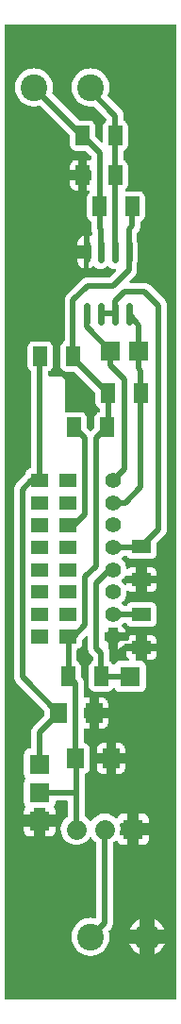
<source format=gbl>
G04 Layer: BottomLayer*
G04 EasyEDA v6.5.5, 2022-05-12 14:51:26*
G04 adf74ae4be104b6fa4aa75e98640d5de,defc1f93b7bc4f92b0c06f3051cee8fa,10*
G04 Gerber Generator version 0.2*
G04 Scale: 100 percent, Rotated: No, Reflected: No *
G04 Dimensions in millimeters *
G04 leading zeros omitted , absolute positions ,4 integer and 5 decimal *
%FSLAX45Y45*%
%MOMM*%

%ADD11R,1.8000X1.8000*%
%ADD12C,2.4000*%
%ADD13C,1.4000*%
%ADD14C,1.8000*%
%ADD15C,0.5000*%
%ADD16C,0.5740*%
%ADD19R,1.7010X1.2075*%

%LPD*%
G36*
X-763930Y-4374083D02*
G01*
X-767842Y-4373321D01*
X-771093Y-4371086D01*
X-773328Y-4367834D01*
X-774090Y-4363923D01*
X-774090Y4363923D01*
X-773328Y4367834D01*
X-771093Y4371086D01*
X-767842Y4373321D01*
X-763930Y4374083D01*
X763930Y4374083D01*
X767842Y4373321D01*
X771093Y4371086D01*
X773328Y4367834D01*
X774090Y4363923D01*
X774090Y-4363923D01*
X773328Y-4367834D01*
X771093Y-4371086D01*
X767842Y-4373321D01*
X763930Y-4374083D01*
G37*

%LPC*%
G36*
X0Y-3980484D02*
G01*
X17830Y-3979570D01*
X35458Y-3976776D01*
X52679Y-3972153D01*
X69342Y-3965752D01*
X85242Y-3957624D01*
X100228Y-3947922D01*
X114096Y-3936695D01*
X126695Y-3924096D01*
X137922Y-3910228D01*
X147675Y-3895242D01*
X155752Y-3879342D01*
X162153Y-3862679D01*
X166776Y-3845458D01*
X169570Y-3827830D01*
X170484Y-3810000D01*
X169570Y-3792169D01*
X166776Y-3774541D01*
X163118Y-3760876D01*
X162814Y-3757371D01*
X163677Y-3753967D01*
X165709Y-3751072D01*
X182270Y-3734409D01*
X187858Y-3727704D01*
X189280Y-3725672D01*
X193852Y-3718102D01*
X198323Y-3707739D01*
X199085Y-3705453D01*
X201218Y-3696868D01*
X201625Y-3694429D01*
X202438Y-3685641D01*
X202488Y-2968548D01*
X203047Y-2965246D01*
X204673Y-2962249D01*
X207162Y-2960014D01*
X209600Y-2958439D01*
X221996Y-2948279D01*
X225653Y-2944520D01*
X229209Y-2942183D01*
X233375Y-2941472D01*
X237490Y-2942539D01*
X240792Y-2945180D01*
X242773Y-2948990D01*
X243586Y-2952038D01*
X247294Y-2960014D01*
X252323Y-2967228D01*
X258571Y-2973476D01*
X265785Y-2978505D01*
X273761Y-2982214D01*
X282244Y-2984500D01*
X291439Y-2985312D01*
X329641Y-2985312D01*
X329641Y-2896158D01*
X271780Y-2896158D01*
X268020Y-2895447D01*
X264820Y-2893415D01*
X262585Y-2890316D01*
X261620Y-2886608D01*
X262128Y-2882849D01*
X262890Y-2880512D01*
X266039Y-2864764D01*
X267411Y-2848813D01*
X266954Y-2832760D01*
X264668Y-2816910D01*
X261874Y-2806192D01*
X261620Y-2802483D01*
X262686Y-2798978D01*
X264922Y-2796032D01*
X268071Y-2794101D01*
X271729Y-2793441D01*
X329641Y-2793441D01*
X329641Y-2704287D01*
X291439Y-2704287D01*
X282244Y-2705100D01*
X273761Y-2707386D01*
X265785Y-2711094D01*
X258571Y-2716123D01*
X252323Y-2722372D01*
X247294Y-2729585D01*
X243586Y-2737510D01*
X242773Y-2740507D01*
X240893Y-2744216D01*
X237744Y-2746857D01*
X233781Y-2748026D01*
X229666Y-2747467D01*
X226110Y-2745384D01*
X215950Y-2736037D01*
X202946Y-2726588D01*
X188976Y-2718714D01*
X174193Y-2712466D01*
X158800Y-2707944D01*
X143002Y-2705201D01*
X127000Y-2704287D01*
X110998Y-2705201D01*
X95199Y-2707944D01*
X79806Y-2712466D01*
X65024Y-2718714D01*
X51054Y-2726588D01*
X38049Y-2736037D01*
X26263Y-2746857D01*
X15747Y-2758998D01*
X8382Y-2769768D01*
X5588Y-2772511D01*
X1981Y-2773984D01*
X-1981Y-2773984D01*
X-5588Y-2772511D01*
X-8382Y-2769768D01*
X-15747Y-2758998D01*
X-26263Y-2746857D01*
X-38049Y-2736037D01*
X-47294Y-2729331D01*
X-49530Y-2727096D01*
X-51003Y-2724251D01*
X-51511Y-2721102D01*
X-51511Y-2353868D01*
X-50546Y-2349601D01*
X-47853Y-2346096D01*
X-43942Y-2344064D01*
X-42316Y-2343607D01*
X-34340Y-2339898D01*
X-27178Y-2334869D01*
X-20929Y-2328621D01*
X-15900Y-2321407D01*
X-12192Y-2313482D01*
X-9906Y-2304948D01*
X-9093Y-2295753D01*
X-9093Y-2123846D01*
X-9906Y-2114651D01*
X-12192Y-2106117D01*
X-15900Y-2098141D01*
X-20929Y-2090978D01*
X-27178Y-2084730D01*
X-34340Y-2079701D01*
X-42316Y-2075992D01*
X-50800Y-2073706D01*
X-54711Y-2071674D01*
X-57404Y-2068169D01*
X-58369Y-2063902D01*
X-58369Y-1949907D01*
X-57505Y-1945843D01*
X-55067Y-1942439D01*
X-51460Y-1940306D01*
X-47294Y-1939798D01*
X-41554Y-1940306D01*
X-11226Y-1940306D01*
X-11226Y-1852930D01*
X-48209Y-1852930D01*
X-52069Y-1852168D01*
X-55372Y-1849983D01*
X-57556Y-1846681D01*
X-58369Y-1842770D01*
X-58369Y-1764030D01*
X-57556Y-1760118D01*
X-55372Y-1756816D01*
X-52069Y-1754632D01*
X-48209Y-1753870D01*
X-11226Y-1753870D01*
X-11226Y-1666493D01*
X-41554Y-1666493D01*
X-47294Y-1667002D01*
X-51460Y-1666493D01*
X-55067Y-1664360D01*
X-57505Y-1660956D01*
X-58369Y-1656892D01*
X-58419Y-1535379D01*
X-59232Y-1526590D01*
X-59639Y-1524152D01*
X-61772Y-1515567D01*
X-62534Y-1513281D01*
X-67005Y-1502918D01*
X-71577Y-1495348D01*
X-72999Y-1493316D01*
X-78587Y-1486560D01*
X-84886Y-1480210D01*
X-87020Y-1476959D01*
X-87782Y-1473098D01*
X-87782Y-1388567D01*
X-88595Y-1379372D01*
X-90881Y-1370888D01*
X-94589Y-1362913D01*
X-99618Y-1355699D01*
X-105867Y-1349502D01*
X-113080Y-1344422D01*
X-117297Y-1342440D01*
X-120396Y-1340205D01*
X-122428Y-1337005D01*
X-123189Y-1333246D01*
X-123189Y-1236370D01*
X-122224Y-1232052D01*
X-119532Y-1228598D01*
X-115620Y-1226566D01*
X-109931Y-1225042D01*
X-101955Y-1221282D01*
X-94742Y-1216253D01*
X-88544Y-1210056D01*
X-83515Y-1202842D01*
X-79756Y-1194866D01*
X-77520Y-1186383D01*
X-76708Y-1177137D01*
X-76708Y-1152906D01*
X-75895Y-1148994D01*
X-73710Y-1145692D01*
X-42062Y-1114044D01*
X-38760Y-1111808D01*
X-34848Y-1111046D01*
X-30988Y-1111808D01*
X-27686Y-1114044D01*
X-25501Y-1117346D01*
X-24688Y-1121206D01*
X-24638Y-1221841D01*
X-23825Y-1230630D01*
X-23418Y-1233068D01*
X-21285Y-1241653D01*
X-20523Y-1243939D01*
X-16052Y-1254302D01*
X-11480Y-1261872D01*
X-10058Y-1263904D01*
X-4419Y-1270711D01*
X18592Y-1293774D01*
X20777Y-1297076D01*
X21590Y-1300988D01*
X21590Y-1333246D01*
X20828Y-1337005D01*
X18796Y-1340205D01*
X15697Y-1342440D01*
X11480Y-1344422D01*
X4267Y-1349502D01*
X-1981Y-1355699D01*
X-7010Y-1362913D01*
X-10718Y-1370888D01*
X-13004Y-1379372D01*
X-13817Y-1388567D01*
X-13817Y-1557782D01*
X-13004Y-1567027D01*
X-10718Y-1575511D01*
X-7010Y-1583486D01*
X-1981Y-1590700D01*
X4267Y-1596898D01*
X11480Y-1601978D01*
X19456Y-1605686D01*
X27940Y-1607972D01*
X37134Y-1608734D01*
X157022Y-1608734D01*
X166217Y-1607972D01*
X174701Y-1605686D01*
X182676Y-1601978D01*
X189890Y-1596898D01*
X196138Y-1590700D01*
X203403Y-1580388D01*
X206603Y-1578305D01*
X210362Y-1577594D01*
X214121Y-1578305D01*
X217322Y-1580388D01*
X219557Y-1583486D01*
X221894Y-1588414D01*
X226923Y-1595628D01*
X233171Y-1601876D01*
X240385Y-1606905D01*
X248361Y-1610614D01*
X256844Y-1612900D01*
X266039Y-1613712D01*
X445160Y-1613712D01*
X454355Y-1612900D01*
X462838Y-1610614D01*
X470814Y-1606905D01*
X478028Y-1601876D01*
X484276Y-1595628D01*
X489305Y-1588414D01*
X493014Y-1580438D01*
X495300Y-1571955D01*
X496112Y-1562760D01*
X496112Y-1383639D01*
X495300Y-1374444D01*
X493014Y-1365961D01*
X489305Y-1357985D01*
X484276Y-1350772D01*
X478028Y-1344523D01*
X470814Y-1339494D01*
X462838Y-1335786D01*
X454355Y-1333500D01*
X445160Y-1332687D01*
X418490Y-1332687D01*
X414578Y-1331925D01*
X411276Y-1329690D01*
X409092Y-1326438D01*
X408330Y-1322527D01*
X408330Y-1251204D01*
X321665Y-1251204D01*
X321665Y-1274622D01*
X322427Y-1283817D01*
X324713Y-1292301D01*
X328422Y-1300276D01*
X333502Y-1307490D01*
X343306Y-1317345D01*
X344678Y-1321358D01*
X344271Y-1325575D01*
X342188Y-1329283D01*
X338734Y-1331823D01*
X334568Y-1332687D01*
X266039Y-1332687D01*
X256844Y-1333500D01*
X248361Y-1335786D01*
X240385Y-1339494D01*
X233171Y-1344523D01*
X226923Y-1350772D01*
X221894Y-1357985D01*
X219557Y-1362913D01*
X217322Y-1366012D01*
X214121Y-1368094D01*
X210362Y-1368806D01*
X206603Y-1368094D01*
X203403Y-1366012D01*
X196138Y-1355699D01*
X189890Y-1349502D01*
X182676Y-1344422D01*
X178460Y-1342440D01*
X175361Y-1340205D01*
X173329Y-1337005D01*
X172567Y-1333246D01*
X172516Y-1262837D01*
X171704Y-1254252D01*
X169164Y-1243025D01*
X168402Y-1240739D01*
X165049Y-1232662D01*
X163068Y-1228902D01*
X162153Y-1226566D01*
X161848Y-1224127D01*
X161848Y-1158951D01*
X136448Y-1158951D01*
X132588Y-1158189D01*
X129285Y-1155954D01*
X127101Y-1152702D01*
X126288Y-1148791D01*
X126288Y-1086408D01*
X127101Y-1082497D01*
X129285Y-1079246D01*
X132588Y-1077010D01*
X136448Y-1076248D01*
X161848Y-1076248D01*
X161848Y-1044295D01*
X162864Y-1039876D01*
X165658Y-1036370D01*
X169672Y-1034389D01*
X174193Y-1034338D01*
X184708Y-1036675D01*
X199491Y-1037996D01*
X214325Y-1037590D01*
X228955Y-1035303D01*
X231597Y-1034542D01*
X235305Y-1034186D01*
X238912Y-1035202D01*
X241909Y-1037488D01*
X243840Y-1040637D01*
X244551Y-1044295D01*
X244551Y-1076248D01*
X316230Y-1076248D01*
X315569Y-1074064D01*
X309372Y-1060602D01*
X301548Y-1048003D01*
X292252Y-1036421D01*
X281076Y-1025702D01*
X278536Y-1022959D01*
X277215Y-1019454D01*
X277215Y-1015746D01*
X278536Y-1012240D01*
X295503Y-995426D01*
X298246Y-994156D01*
X301244Y-993698D01*
X316992Y-993800D01*
X320751Y-994511D01*
X323951Y-996543D01*
X326186Y-999642D01*
X328422Y-1004519D01*
X333502Y-1011732D01*
X339699Y-1017981D01*
X346913Y-1023010D01*
X354888Y-1026718D01*
X363372Y-1029004D01*
X372618Y-1029817D01*
X541782Y-1029817D01*
X551027Y-1029004D01*
X559511Y-1026718D01*
X567486Y-1023010D01*
X574700Y-1017981D01*
X580898Y-1011732D01*
X585978Y-1004519D01*
X589686Y-996543D01*
X591972Y-988060D01*
X592734Y-978865D01*
X592734Y-858977D01*
X591972Y-849782D01*
X589686Y-841298D01*
X585978Y-833323D01*
X580898Y-826109D01*
X574700Y-819861D01*
X567486Y-814832D01*
X559511Y-811123D01*
X551027Y-808837D01*
X541782Y-808024D01*
X372618Y-808024D01*
X363372Y-808837D01*
X354888Y-811123D01*
X346913Y-814832D01*
X339699Y-819861D01*
X333502Y-826109D01*
X328422Y-833323D01*
X326745Y-836879D01*
X324510Y-840028D01*
X321259Y-842060D01*
X317500Y-842771D01*
X302107Y-842670D01*
X297738Y-841705D01*
X294233Y-838911D01*
X292252Y-836421D01*
X281076Y-825703D01*
X278536Y-822960D01*
X277215Y-819454D01*
X277215Y-815746D01*
X278536Y-812241D01*
X292252Y-798779D01*
X301548Y-787196D01*
X309372Y-774598D01*
X315569Y-761136D01*
X320040Y-746963D01*
X322783Y-732383D01*
X323697Y-717600D01*
X323392Y-712825D01*
X323850Y-709066D01*
X325678Y-705764D01*
X328574Y-703326D01*
X332181Y-702157D01*
X335940Y-702310D01*
X339394Y-703884D01*
X346913Y-709168D01*
X354888Y-712876D01*
X363372Y-715162D01*
X372618Y-715975D01*
X408330Y-715975D01*
X408330Y-641604D01*
X321665Y-641604D01*
X321665Y-644702D01*
X320700Y-648970D01*
X318109Y-652424D01*
X314248Y-654507D01*
X309930Y-654761D01*
X305866Y-653186D01*
X302818Y-650087D01*
X301548Y-647954D01*
X292252Y-636422D01*
X281076Y-625703D01*
X278587Y-622960D01*
X277215Y-619455D01*
X277215Y-615746D01*
X278587Y-612241D01*
X281584Y-609092D01*
X292252Y-598779D01*
X301548Y-587197D01*
X309422Y-574446D01*
X311658Y-571347D01*
X314909Y-569264D01*
X318668Y-568553D01*
X408330Y-568553D01*
X408330Y-494182D01*
X372618Y-494182D01*
X363372Y-494995D01*
X354888Y-497281D01*
X346913Y-500989D01*
X339598Y-506171D01*
X335889Y-508508D01*
X331571Y-509117D01*
X327406Y-507796D01*
X324154Y-504850D01*
X322427Y-500837D01*
X320040Y-488188D01*
X315569Y-474065D01*
X309372Y-460603D01*
X301548Y-447954D01*
X292252Y-436422D01*
X281076Y-425704D01*
X278587Y-422960D01*
X277215Y-419455D01*
X277215Y-415747D01*
X278587Y-412242D01*
X281584Y-409092D01*
X292252Y-398780D01*
X293725Y-396900D01*
X297281Y-394106D01*
X301650Y-393090D01*
X321868Y-393090D01*
X325069Y-393649D01*
X327964Y-395122D01*
X330200Y-397459D01*
X333502Y-402132D01*
X339699Y-408381D01*
X346913Y-413410D01*
X354888Y-417118D01*
X363372Y-419404D01*
X372618Y-420217D01*
X541782Y-420217D01*
X551027Y-419404D01*
X559511Y-417118D01*
X567486Y-413410D01*
X574700Y-408381D01*
X580898Y-402132D01*
X585978Y-394919D01*
X589686Y-386943D01*
X591972Y-378460D01*
X592734Y-369265D01*
X592734Y-284734D01*
X593547Y-280873D01*
X595731Y-277571D01*
X664819Y-208432D01*
X670458Y-201625D01*
X671880Y-199593D01*
X676452Y-192024D01*
X680923Y-181660D01*
X681685Y-179374D01*
X683818Y-170789D01*
X684225Y-168351D01*
X685038Y-159562D01*
X685038Y1856841D01*
X684225Y1865630D01*
X683818Y1868068D01*
X681685Y1876653D01*
X680923Y1878939D01*
X676452Y1889302D01*
X671880Y1896872D01*
X670458Y1898904D01*
X664819Y1905711D01*
X534111Y2036419D01*
X527304Y2042058D01*
X525272Y2043480D01*
X517702Y2048052D01*
X507339Y2052523D01*
X505053Y2053285D01*
X496468Y2055418D01*
X494030Y2055825D01*
X485241Y2056638D01*
X359206Y2056688D01*
X355346Y2057501D01*
X352044Y2059686D01*
X349859Y2062988D01*
X349046Y2066848D01*
X349859Y2070760D01*
X352044Y2074062D01*
X398119Y2120188D01*
X403758Y2126996D01*
X405180Y2129028D01*
X409752Y2136597D01*
X414223Y2146960D01*
X414985Y2149246D01*
X417118Y2157831D01*
X417525Y2160270D01*
X418338Y2169058D01*
X418388Y2235962D01*
X418642Y2238197D01*
X421182Y2249271D01*
X422097Y2261463D01*
X422097Y2406853D01*
X421182Y2419045D01*
X418642Y2430119D01*
X418388Y2432405D01*
X418388Y2504490D01*
X419150Y2508402D01*
X421335Y2511653D01*
X431749Y2522118D01*
X437337Y2528874D01*
X438759Y2530906D01*
X443331Y2538476D01*
X447801Y2548839D01*
X448564Y2551125D01*
X450697Y2559710D01*
X451104Y2562148D01*
X451916Y2570937D01*
X451967Y2603246D01*
X452729Y2607005D01*
X454761Y2610205D01*
X457860Y2612440D01*
X462076Y2614422D01*
X469290Y2619502D01*
X475538Y2625699D01*
X480568Y2632913D01*
X484276Y2640888D01*
X486562Y2649372D01*
X487375Y2658567D01*
X487375Y2827782D01*
X486562Y2837027D01*
X484276Y2845511D01*
X480568Y2853486D01*
X475538Y2860700D01*
X469290Y2866898D01*
X462076Y2871978D01*
X454101Y2875686D01*
X445617Y2877972D01*
X436422Y2878734D01*
X320344Y2878734D01*
X316230Y2879648D01*
X312775Y2882138D01*
X310692Y2885846D01*
X310286Y2890113D01*
X311658Y2894126D01*
X314553Y2897225D01*
X316890Y2898902D01*
X323138Y2905099D01*
X328168Y2912313D01*
X331876Y2920288D01*
X334162Y2928772D01*
X334975Y2937967D01*
X334975Y3107182D01*
X334162Y3116427D01*
X331876Y3124911D01*
X328168Y3132886D01*
X323138Y3140100D01*
X316890Y3146298D01*
X309676Y3151378D01*
X305460Y3153308D01*
X302361Y3155543D01*
X300329Y3158794D01*
X299567Y3162554D01*
X299567Y3238246D01*
X300329Y3242005D01*
X302361Y3245205D01*
X305460Y3247440D01*
X309676Y3249422D01*
X316890Y3254502D01*
X323138Y3260699D01*
X328168Y3267913D01*
X331876Y3275888D01*
X334162Y3284372D01*
X334975Y3293567D01*
X334975Y3462782D01*
X334162Y3472027D01*
X331876Y3480511D01*
X328168Y3488486D01*
X323138Y3495700D01*
X316890Y3501898D01*
X309676Y3506927D01*
X305460Y3508908D01*
X302361Y3511143D01*
X300329Y3514394D01*
X299567Y3518154D01*
X299516Y3558641D01*
X298704Y3567429D01*
X298297Y3569868D01*
X296164Y3578453D01*
X295402Y3580739D01*
X290931Y3591102D01*
X286359Y3598672D01*
X279298Y3607511D01*
X157734Y3729126D01*
X155600Y3732326D01*
X154787Y3736136D01*
X155448Y3739946D01*
X162153Y3757320D01*
X166776Y3774541D01*
X169570Y3792169D01*
X170484Y3810000D01*
X169570Y3827830D01*
X166776Y3845458D01*
X162153Y3862679D01*
X155752Y3879342D01*
X147675Y3895242D01*
X137922Y3910228D01*
X126695Y3924096D01*
X114096Y3936695D01*
X100228Y3947922D01*
X85242Y3957624D01*
X69342Y3965752D01*
X52679Y3972153D01*
X35458Y3976776D01*
X17830Y3979570D01*
X0Y3980484D01*
X-17830Y3979570D01*
X-35458Y3976776D01*
X-52679Y3972153D01*
X-69342Y3965752D01*
X-85242Y3957624D01*
X-100228Y3947922D01*
X-114096Y3936695D01*
X-126695Y3924096D01*
X-137922Y3910228D01*
X-147675Y3895242D01*
X-155752Y3879342D01*
X-162153Y3862679D01*
X-166776Y3845458D01*
X-169570Y3827830D01*
X-170484Y3810000D01*
X-169570Y3792169D01*
X-166776Y3774541D01*
X-162153Y3757320D01*
X-155752Y3740658D01*
X-147675Y3724757D01*
X-137922Y3709771D01*
X-126695Y3695903D01*
X-114096Y3683304D01*
X-100228Y3672078D01*
X-85242Y3662324D01*
X-69342Y3654247D01*
X-52679Y3647846D01*
X-35458Y3643223D01*
X-17830Y3640429D01*
X0Y3639515D01*
X17830Y3640429D01*
X25704Y3641699D01*
X28854Y3641699D01*
X31902Y3640683D01*
X34442Y3638804D01*
X145592Y3527704D01*
X147777Y3524402D01*
X148590Y3520490D01*
X148590Y3518154D01*
X147828Y3514394D01*
X145796Y3511143D01*
X142697Y3508908D01*
X138480Y3506927D01*
X131267Y3501898D01*
X125018Y3495700D01*
X119989Y3488486D01*
X116281Y3480511D01*
X113995Y3472027D01*
X113182Y3462782D01*
X113182Y3324656D01*
X112420Y3320745D01*
X110235Y3317443D01*
X106933Y3315258D01*
X103022Y3314496D01*
X99161Y3315258D01*
X95859Y3317443D01*
X42164Y3371138D01*
X39979Y3374390D01*
X39217Y3378301D01*
X39217Y3462782D01*
X38404Y3472027D01*
X36118Y3480511D01*
X32410Y3488486D01*
X27381Y3495700D01*
X21132Y3501898D01*
X13919Y3506927D01*
X5943Y3510686D01*
X-2540Y3512921D01*
X-11734Y3513734D01*
X-100736Y3513734D01*
X-104648Y3514547D01*
X-107950Y3516731D01*
X-342290Y3751072D01*
X-344271Y3753916D01*
X-345186Y3757371D01*
X-344881Y3760876D01*
X-341223Y3774541D01*
X-338429Y3792169D01*
X-337515Y3810000D01*
X-338429Y3827830D01*
X-341223Y3845458D01*
X-345846Y3862679D01*
X-352247Y3879342D01*
X-360324Y3895242D01*
X-370078Y3910228D01*
X-381304Y3924096D01*
X-393903Y3936695D01*
X-407771Y3947922D01*
X-422757Y3957624D01*
X-438658Y3965752D01*
X-455320Y3972153D01*
X-472541Y3976776D01*
X-490169Y3979570D01*
X-508000Y3980484D01*
X-525830Y3979570D01*
X-543458Y3976776D01*
X-560679Y3972153D01*
X-577342Y3965752D01*
X-593242Y3957624D01*
X-608228Y3947922D01*
X-622096Y3936695D01*
X-634695Y3924096D01*
X-645922Y3910228D01*
X-655675Y3895242D01*
X-663752Y3879342D01*
X-670153Y3862679D01*
X-674776Y3845458D01*
X-677570Y3827830D01*
X-678484Y3810000D01*
X-677570Y3792169D01*
X-674776Y3774541D01*
X-670153Y3757320D01*
X-663752Y3740658D01*
X-655675Y3724757D01*
X-645922Y3709771D01*
X-634695Y3695903D01*
X-622096Y3683304D01*
X-608228Y3672078D01*
X-593242Y3662324D01*
X-577342Y3654247D01*
X-560679Y3647846D01*
X-543458Y3643223D01*
X-525830Y3640429D01*
X-508000Y3639515D01*
X-490169Y3640429D01*
X-472541Y3643223D01*
X-458876Y3646881D01*
X-455371Y3647186D01*
X-451916Y3646271D01*
X-449072Y3644239D01*
X-185521Y3380740D01*
X-183337Y3377437D01*
X-182575Y3373577D01*
X-182575Y3293567D01*
X-181762Y3284372D01*
X-179476Y3275888D01*
X-175768Y3267913D01*
X-170738Y3260699D01*
X-164490Y3254502D01*
X-157276Y3249422D01*
X-149301Y3245713D01*
X-140817Y3243427D01*
X-131622Y3242614D01*
X-47091Y3242614D01*
X-43230Y3241852D01*
X-39928Y3239668D01*
X2235Y3197504D01*
X4419Y3194202D01*
X5232Y3190290D01*
X5232Y3167735D01*
X4368Y3163671D01*
X1930Y3160268D01*
X-1676Y3158134D01*
X-5842Y3157626D01*
X-11734Y3158134D01*
X-35153Y3158134D01*
X-35153Y3071469D01*
X-4927Y3071469D01*
X-1066Y3070707D01*
X2235Y3068472D01*
X4419Y3065221D01*
X5232Y3061309D01*
X5232Y2983890D01*
X4419Y2979978D01*
X2235Y2976676D01*
X-1066Y2974492D01*
X-4927Y2973730D01*
X-35153Y2973730D01*
X-35153Y2887014D01*
X-15544Y2887014D01*
X-11430Y2886151D01*
X-7975Y2883611D01*
X-5892Y2879953D01*
X-5486Y2875686D01*
X-6858Y2871673D01*
X-9753Y2868574D01*
X-12090Y2866898D01*
X-18338Y2860700D01*
X-23368Y2853486D01*
X-27076Y2845511D01*
X-29362Y2837027D01*
X-30175Y2827782D01*
X-30175Y2658567D01*
X-29362Y2649372D01*
X-27076Y2640888D01*
X-23368Y2632913D01*
X-18338Y2625699D01*
X-12090Y2619502D01*
X-4876Y2614422D01*
X-660Y2612440D01*
X2438Y2610205D01*
X4470Y2607005D01*
X5232Y2603246D01*
X5283Y2545537D01*
X6096Y2536748D01*
X6502Y2534310D01*
X8636Y2525725D01*
X9398Y2523439D01*
X12598Y2515666D01*
X13411Y2511806D01*
X13411Y2486253D01*
X12598Y2482240D01*
X10261Y2478887D01*
X6807Y2476754D01*
X2794Y2476093D01*
X-1168Y2477109D01*
X-9194Y2480970D01*
X-17424Y2483510D01*
X-17424Y2391410D01*
X-457Y2391410D01*
X3403Y2390648D01*
X6705Y2388412D01*
X8940Y2385161D01*
X9702Y2381250D01*
X9702Y2287117D01*
X8940Y2283206D01*
X6705Y2279904D01*
X3403Y2277719D01*
X-457Y2276957D01*
X-17424Y2276957D01*
X-17424Y2184857D01*
X-9194Y2187397D01*
X1473Y2192528D01*
X11277Y2199182D01*
X18491Y2205888D01*
X21691Y2207920D01*
X25400Y2208580D01*
X29108Y2207920D01*
X32308Y2205888D01*
X39522Y2199182D01*
X49326Y2192528D01*
X59994Y2187397D01*
X71272Y2183892D01*
X83007Y2182114D01*
X94792Y2182114D01*
X106527Y2183892D01*
X117805Y2187397D01*
X128473Y2192528D01*
X138277Y2199182D01*
X145491Y2205888D01*
X148691Y2207920D01*
X152400Y2208580D01*
X156108Y2207920D01*
X159308Y2205888D01*
X166522Y2199182D01*
X176326Y2192528D01*
X186994Y2187397D01*
X198272Y2183892D01*
X210007Y2182114D01*
X222046Y2182114D01*
X225907Y2181352D01*
X229209Y2179167D01*
X231394Y2175865D01*
X232206Y2171954D01*
X231394Y2168093D01*
X229209Y2164791D01*
X174904Y2110486D01*
X171602Y2108250D01*
X167690Y2107488D01*
X-28041Y2107438D01*
X-36830Y2106625D01*
X-39268Y2106218D01*
X-47853Y2104085D01*
X-50139Y2103323D01*
X-60502Y2098852D01*
X-68072Y2094280D01*
X-70104Y2092858D01*
X-76911Y2087219D01*
X-212140Y1951989D01*
X-219202Y1943150D01*
X-223774Y1935581D01*
X-228244Y1925218D01*
X-229006Y1922932D01*
X-231140Y1914347D01*
X-231546Y1911908D01*
X-232359Y1903120D01*
X-232410Y1536954D01*
X-233171Y1533194D01*
X-235204Y1529943D01*
X-238302Y1527708D01*
X-242519Y1525778D01*
X-249732Y1520698D01*
X-255981Y1514500D01*
X-261010Y1507286D01*
X-264718Y1499311D01*
X-267004Y1490827D01*
X-267817Y1481582D01*
X-267817Y1312367D01*
X-267004Y1303172D01*
X-264718Y1294688D01*
X-261010Y1286713D01*
X-255981Y1279499D01*
X-249732Y1273302D01*
X-242519Y1268222D01*
X-234543Y1264513D01*
X-226060Y1262227D01*
X-216865Y1261414D01*
X-148691Y1261414D01*
X-144830Y1260652D01*
X-141528Y1258468D01*
X43078Y1073861D01*
X45262Y1070559D01*
X46024Y1066698D01*
X46024Y982167D01*
X46837Y972972D01*
X49123Y964488D01*
X52832Y956513D01*
X57861Y949299D01*
X64109Y943102D01*
X71323Y938021D01*
X75539Y936040D01*
X78638Y933805D01*
X80670Y930605D01*
X81432Y926846D01*
X81432Y905256D01*
X80467Y900988D01*
X77774Y897483D01*
X73863Y895451D01*
X70256Y894486D01*
X62280Y890778D01*
X55067Y885698D01*
X48818Y879500D01*
X43789Y872286D01*
X40081Y864311D01*
X37795Y855827D01*
X36982Y846582D01*
X36982Y762101D01*
X36220Y758240D01*
X34036Y754938D01*
X7162Y728065D01*
X3860Y725881D01*
X0Y725119D01*
X-3911Y725881D01*
X-7162Y728065D01*
X-34036Y754938D01*
X-36220Y758190D01*
X-36982Y762101D01*
X-36982Y846582D01*
X-37795Y855827D01*
X-40081Y864311D01*
X-43789Y872286D01*
X-48818Y879500D01*
X-55067Y885698D01*
X-62280Y890778D01*
X-70256Y894486D01*
X-78740Y896772D01*
X-87934Y897534D01*
X-207822Y897534D01*
X-217830Y896670D01*
X-221996Y897178D01*
X-225602Y899312D01*
X-228041Y902716D01*
X-228904Y906780D01*
X-228904Y1167942D01*
X-229717Y1177188D01*
X-231952Y1185672D01*
X-235712Y1193647D01*
X-240741Y1200861D01*
X-246938Y1207058D01*
X-254152Y1212088D01*
X-262128Y1215847D01*
X-270611Y1218082D01*
X-279857Y1218895D01*
X-371551Y1218895D01*
X-375412Y1219657D01*
X-378714Y1221892D01*
X-380898Y1225194D01*
X-381711Y1229055D01*
X-381711Y1254963D01*
X-380949Y1258722D01*
X-378917Y1261922D01*
X-375818Y1264158D01*
X-367080Y1268222D01*
X-359867Y1273302D01*
X-353618Y1279499D01*
X-348589Y1286713D01*
X-344881Y1294688D01*
X-342595Y1303172D01*
X-341782Y1312367D01*
X-341782Y1481582D01*
X-342595Y1490827D01*
X-344881Y1499311D01*
X-348589Y1507286D01*
X-353618Y1514500D01*
X-359867Y1520698D01*
X-367080Y1525778D01*
X-375056Y1529486D01*
X-383540Y1531772D01*
X-392734Y1532534D01*
X-512622Y1532534D01*
X-521817Y1531772D01*
X-530301Y1529486D01*
X-538276Y1525778D01*
X-545490Y1520698D01*
X-551738Y1514500D01*
X-556768Y1507286D01*
X-560476Y1499311D01*
X-562762Y1490827D01*
X-563575Y1481582D01*
X-563575Y1312367D01*
X-562762Y1303172D01*
X-560476Y1294688D01*
X-556768Y1286713D01*
X-551738Y1279499D01*
X-545541Y1273302D01*
X-537108Y1267561D01*
X-534771Y1265275D01*
X-533247Y1262380D01*
X-532688Y1259179D01*
X-532688Y402234D01*
X-533400Y398526D01*
X-535381Y395376D01*
X-538378Y393090D01*
X-550468Y389839D01*
X-558444Y386080D01*
X-565658Y381050D01*
X-571855Y374853D01*
X-576884Y367639D01*
X-580644Y359664D01*
X-582879Y351180D01*
X-583692Y341934D01*
X-583692Y340055D01*
X-584504Y336194D01*
X-586689Y332892D01*
X-664819Y254711D01*
X-670458Y247904D01*
X-671880Y245871D01*
X-676452Y238302D01*
X-680923Y227939D01*
X-681685Y225653D01*
X-683818Y217068D01*
X-684225Y214629D01*
X-685038Y205841D01*
X-685038Y-1482699D01*
X-684225Y-1491488D01*
X-683818Y-1493926D01*
X-681685Y-1502511D01*
X-680923Y-1504797D01*
X-676452Y-1515160D01*
X-671880Y-1522730D01*
X-670458Y-1524762D01*
X-664819Y-1531569D01*
X-413969Y-1782470D01*
X-411784Y-1785772D01*
X-411022Y-1789633D01*
X-411022Y-1817166D01*
X-411784Y-1821027D01*
X-413969Y-1824329D01*
X-512419Y-1922830D01*
X-518058Y-1929638D01*
X-519480Y-1931670D01*
X-524052Y-1939239D01*
X-528523Y-1949602D01*
X-529285Y-1951888D01*
X-531418Y-1960473D01*
X-531825Y-1962912D01*
X-532638Y-1971700D01*
X-532688Y-2109927D01*
X-533501Y-2113838D01*
X-535686Y-2117090D01*
X-538988Y-2119325D01*
X-542848Y-2120087D01*
X-546760Y-2120087D01*
X-555955Y-2120900D01*
X-564438Y-2123186D01*
X-572414Y-2126894D01*
X-579628Y-2131923D01*
X-585876Y-2138172D01*
X-590905Y-2145385D01*
X-594614Y-2153310D01*
X-596900Y-2161844D01*
X-597712Y-2171039D01*
X-597712Y-2350160D01*
X-596900Y-2359355D01*
X-594614Y-2367838D01*
X-590905Y-2375814D01*
X-586740Y-2381758D01*
X-585114Y-2385517D01*
X-585114Y-2389632D01*
X-586740Y-2393442D01*
X-590905Y-2399385D01*
X-594614Y-2407310D01*
X-596900Y-2415844D01*
X-597712Y-2425039D01*
X-597712Y-2604160D01*
X-596900Y-2613355D01*
X-594614Y-2621838D01*
X-590905Y-2629814D01*
X-586740Y-2635758D01*
X-585114Y-2639517D01*
X-585114Y-2643632D01*
X-586740Y-2647442D01*
X-590905Y-2653385D01*
X-594614Y-2661310D01*
X-596900Y-2669844D01*
X-597712Y-2679039D01*
X-597712Y-2717241D01*
X-508558Y-2717241D01*
X-508558Y-2665272D01*
X-507796Y-2661361D01*
X-505561Y-2658059D01*
X-502259Y-2655874D01*
X-498398Y-2655112D01*
X-416001Y-2655112D01*
X-412140Y-2655874D01*
X-408838Y-2658059D01*
X-406603Y-2661361D01*
X-405841Y-2665272D01*
X-405841Y-2717241D01*
X-316687Y-2717241D01*
X-316687Y-2679039D01*
X-317500Y-2669844D01*
X-319786Y-2661310D01*
X-323494Y-2653385D01*
X-327660Y-2647442D01*
X-329285Y-2643632D01*
X-329285Y-2639517D01*
X-327660Y-2635758D01*
X-323494Y-2629814D01*
X-319786Y-2621838D01*
X-317500Y-2613355D01*
X-316687Y-2604160D01*
X-316687Y-2600248D01*
X-315925Y-2596388D01*
X-313740Y-2593086D01*
X-310438Y-2590901D01*
X-306527Y-2590088D01*
X-212648Y-2590088D01*
X-208788Y-2590901D01*
X-205486Y-2593086D01*
X-203301Y-2596388D01*
X-202488Y-2600248D01*
X-202488Y-2721102D01*
X-202996Y-2724251D01*
X-204470Y-2727096D01*
X-206705Y-2729331D01*
X-215950Y-2736037D01*
X-227736Y-2746857D01*
X-238252Y-2758998D01*
X-247294Y-2772257D01*
X-254812Y-2786430D01*
X-260604Y-2801366D01*
X-264668Y-2816910D01*
X-266954Y-2832760D01*
X-267411Y-2848813D01*
X-266039Y-2864764D01*
X-262890Y-2880512D01*
X-257911Y-2895752D01*
X-251256Y-2910382D01*
X-242976Y-2924098D01*
X-233171Y-2936798D01*
X-221996Y-2948279D01*
X-209600Y-2958439D01*
X-196088Y-2967126D01*
X-181711Y-2974187D01*
X-166573Y-2979572D01*
X-150977Y-2983230D01*
X-135026Y-2985058D01*
X-118973Y-2985058D01*
X-103022Y-2983230D01*
X-87426Y-2979572D01*
X-72288Y-2974187D01*
X-57912Y-2967126D01*
X-44399Y-2958439D01*
X-32004Y-2948279D01*
X-20828Y-2936798D01*
X-11023Y-2924098D01*
X-8686Y-2920238D01*
X-5892Y-2917190D01*
X-2082Y-2915513D01*
X2082Y-2915513D01*
X5892Y-2917190D01*
X8686Y-2920238D01*
X11023Y-2924098D01*
X20828Y-2936798D01*
X32004Y-2948279D01*
X44399Y-2958439D01*
X46837Y-2960014D01*
X49326Y-2962249D01*
X50952Y-2965246D01*
X51511Y-2968548D01*
X51511Y-3634282D01*
X50800Y-3637940D01*
X48869Y-3641090D01*
X45923Y-3643325D01*
X42418Y-3644392D01*
X38709Y-3644087D01*
X35458Y-3643223D01*
X17830Y-3640429D01*
X0Y-3639515D01*
X-17830Y-3640429D01*
X-35458Y-3643223D01*
X-52679Y-3647846D01*
X-69342Y-3654247D01*
X-85242Y-3662324D01*
X-100228Y-3672078D01*
X-114096Y-3683304D01*
X-126695Y-3695903D01*
X-137922Y-3709771D01*
X-147675Y-3724757D01*
X-155752Y-3740658D01*
X-162153Y-3757320D01*
X-166776Y-3774541D01*
X-169570Y-3792169D01*
X-170484Y-3810000D01*
X-169570Y-3827830D01*
X-166776Y-3845458D01*
X-162153Y-3862679D01*
X-155752Y-3879342D01*
X-147675Y-3895242D01*
X-137922Y-3910228D01*
X-126695Y-3924096D01*
X-114096Y-3936695D01*
X-100228Y-3947922D01*
X-85242Y-3957624D01*
X-69342Y-3965752D01*
X-52679Y-3972153D01*
X-35458Y-3976776D01*
X-17830Y-3979570D01*
G37*
G36*
X441655Y-3966921D02*
G01*
X441655Y-3876344D01*
X351078Y-3876344D01*
X352247Y-3879342D01*
X360324Y-3895242D01*
X370078Y-3910228D01*
X381304Y-3924096D01*
X393903Y-3936695D01*
X407771Y-3947922D01*
X422757Y-3957624D01*
X438658Y-3965752D01*
G37*
G36*
X574344Y-3966921D02*
G01*
X577342Y-3965752D01*
X593242Y-3957624D01*
X608228Y-3947922D01*
X622096Y-3936695D01*
X634695Y-3924096D01*
X645922Y-3910228D01*
X655675Y-3895242D01*
X663752Y-3879342D01*
X664921Y-3876344D01*
X574344Y-3876344D01*
G37*
G36*
X351078Y-3743655D02*
G01*
X441655Y-3743655D01*
X441655Y-3653078D01*
X438658Y-3654247D01*
X422757Y-3662324D01*
X407771Y-3672078D01*
X393903Y-3683304D01*
X381304Y-3695903D01*
X370078Y-3709771D01*
X360324Y-3724757D01*
X352247Y-3740658D01*
G37*
G36*
X574344Y-3743655D02*
G01*
X664921Y-3743655D01*
X663752Y-3740658D01*
X655675Y-3724757D01*
X645922Y-3709771D01*
X634695Y-3695903D01*
X622096Y-3683304D01*
X608228Y-3672078D01*
X593242Y-3662324D01*
X577342Y-3654247D01*
X574344Y-3653078D01*
G37*
G36*
X432358Y-2985312D02*
G01*
X470560Y-2985312D01*
X479755Y-2984500D01*
X488238Y-2982214D01*
X496214Y-2978505D01*
X503428Y-2973476D01*
X509676Y-2967228D01*
X514705Y-2960014D01*
X518414Y-2952038D01*
X520700Y-2943555D01*
X521512Y-2934360D01*
X521512Y-2896158D01*
X432358Y-2896158D01*
G37*
G36*
X-405841Y-2909112D02*
G01*
X-367639Y-2909112D01*
X-358444Y-2908300D01*
X-349961Y-2906014D01*
X-341985Y-2902305D01*
X-334772Y-2897276D01*
X-328523Y-2891028D01*
X-323494Y-2883814D01*
X-319786Y-2875838D01*
X-317500Y-2867355D01*
X-316687Y-2858160D01*
X-316687Y-2819958D01*
X-405841Y-2819958D01*
G37*
G36*
X-546760Y-2909112D02*
G01*
X-508558Y-2909112D01*
X-508558Y-2819958D01*
X-597712Y-2819958D01*
X-597712Y-2858160D01*
X-596900Y-2867355D01*
X-594614Y-2875838D01*
X-590905Y-2883814D01*
X-585876Y-2891028D01*
X-579628Y-2897276D01*
X-572414Y-2902305D01*
X-564438Y-2906014D01*
X-555955Y-2908300D01*
G37*
G36*
X432358Y-2793441D02*
G01*
X521512Y-2793441D01*
X521512Y-2755239D01*
X520700Y-2746044D01*
X518414Y-2737510D01*
X514705Y-2729585D01*
X509676Y-2722372D01*
X503428Y-2716123D01*
X496214Y-2711094D01*
X488238Y-2707386D01*
X479755Y-2705100D01*
X470560Y-2704287D01*
X432358Y-2704287D01*
G37*
G36*
X110845Y-2346706D02*
G01*
X141173Y-2346706D01*
X141173Y-2259330D01*
X59893Y-2259330D01*
X59893Y-2295753D01*
X60706Y-2304948D01*
X62991Y-2313482D01*
X66700Y-2321407D01*
X71729Y-2328621D01*
X77978Y-2334869D01*
X85140Y-2339898D01*
X93116Y-2343607D01*
X101650Y-2345893D01*
G37*
G36*
X228142Y-2346706D02*
G01*
X258470Y-2346706D01*
X267665Y-2345893D01*
X276148Y-2343607D01*
X284124Y-2339898D01*
X291338Y-2334869D01*
X297586Y-2328621D01*
X302615Y-2321407D01*
X306324Y-2313482D01*
X308610Y-2304948D01*
X309422Y-2295753D01*
X309422Y-2259330D01*
X228142Y-2259330D01*
G37*
G36*
X228142Y-2160270D02*
G01*
X309422Y-2160270D01*
X309422Y-2123846D01*
X308610Y-2114651D01*
X306324Y-2106117D01*
X302615Y-2098141D01*
X297586Y-2090978D01*
X291338Y-2084730D01*
X284124Y-2079701D01*
X276148Y-2075992D01*
X267665Y-2073706D01*
X258470Y-2072893D01*
X228142Y-2072893D01*
G37*
G36*
X59893Y-2160270D02*
G01*
X141173Y-2160270D01*
X141173Y-2072893D01*
X110845Y-2072893D01*
X101650Y-2073706D01*
X93116Y-2075992D01*
X85140Y-2079701D01*
X77978Y-2084730D01*
X71729Y-2090978D01*
X66700Y-2098141D01*
X62991Y-2106117D01*
X60706Y-2114651D01*
X59893Y-2123846D01*
G37*
G36*
X75742Y-1940306D02*
G01*
X106070Y-1940306D01*
X115265Y-1939493D01*
X123748Y-1937207D01*
X131724Y-1933498D01*
X138938Y-1928469D01*
X145186Y-1922221D01*
X150215Y-1915007D01*
X153924Y-1907082D01*
X156210Y-1898548D01*
X157022Y-1889353D01*
X157022Y-1852930D01*
X75742Y-1852930D01*
G37*
G36*
X75742Y-1753870D02*
G01*
X157022Y-1753870D01*
X157022Y-1717446D01*
X156210Y-1708251D01*
X153924Y-1699717D01*
X150215Y-1691741D01*
X145186Y-1684578D01*
X138938Y-1678330D01*
X131724Y-1673301D01*
X123748Y-1669592D01*
X115265Y-1667306D01*
X106070Y-1666493D01*
X75742Y-1666493D01*
G37*
G36*
X506069Y-1325575D02*
G01*
X541782Y-1325575D01*
X551027Y-1324762D01*
X559511Y-1322476D01*
X567486Y-1318768D01*
X574700Y-1313688D01*
X580898Y-1307490D01*
X585978Y-1300276D01*
X589686Y-1292301D01*
X591972Y-1283817D01*
X592734Y-1274622D01*
X592734Y-1251204D01*
X506069Y-1251204D01*
G37*
G36*
X244551Y-1230680D02*
G01*
X256895Y-1225448D01*
X269748Y-1218031D01*
X281584Y-1209090D01*
X292252Y-1198778D01*
X301345Y-1187450D01*
X302361Y-1183843D01*
X304596Y-1180795D01*
X307797Y-1178814D01*
X311505Y-1178153D01*
X408330Y-1178153D01*
X408330Y-1103782D01*
X372618Y-1103782D01*
X363372Y-1104595D01*
X354888Y-1106881D01*
X346913Y-1110589D01*
X343763Y-1112824D01*
X344017Y-1118209D01*
X342849Y-1135532D01*
X340055Y-1150670D01*
X338785Y-1153922D01*
X336550Y-1156614D01*
X333502Y-1158341D01*
X330047Y-1158951D01*
X244551Y-1158951D01*
G37*
G36*
X506069Y-1178153D02*
G01*
X592734Y-1178153D01*
X592734Y-1154734D01*
X591972Y-1145540D01*
X589686Y-1137056D01*
X585978Y-1129080D01*
X580898Y-1121867D01*
X574700Y-1115618D01*
X567486Y-1110589D01*
X559511Y-1106881D01*
X551027Y-1104595D01*
X541782Y-1103782D01*
X506069Y-1103782D01*
G37*
G36*
X506069Y-715975D02*
G01*
X541782Y-715975D01*
X551027Y-715162D01*
X559511Y-712876D01*
X567486Y-709168D01*
X574700Y-704138D01*
X580898Y-697890D01*
X585978Y-690676D01*
X589686Y-682701D01*
X591972Y-674217D01*
X592734Y-665022D01*
X592734Y-641604D01*
X506069Y-641604D01*
G37*
G36*
X506069Y-568553D02*
G01*
X592734Y-568553D01*
X592734Y-545134D01*
X591972Y-535940D01*
X589686Y-527456D01*
X585978Y-519480D01*
X580898Y-512267D01*
X574700Y-506018D01*
X567486Y-500989D01*
X559511Y-497281D01*
X551027Y-494995D01*
X541782Y-494182D01*
X506069Y-494182D01*
G37*
G36*
X-58775Y2184857D02*
G01*
X-58775Y2276957D01*
X-117297Y2276957D01*
X-117297Y2261463D01*
X-116382Y2249271D01*
X-113741Y2237740D01*
X-109423Y2226716D01*
X-103530Y2216505D01*
X-96164Y2207260D01*
X-87477Y2199182D01*
X-77673Y2192528D01*
X-67005Y2187397D01*
G37*
G36*
X-117297Y2391410D02*
G01*
X-58775Y2391410D01*
X-58775Y2483510D01*
X-67005Y2480970D01*
X-77673Y2475839D01*
X-87477Y2469134D01*
X-96164Y2461107D01*
X-103530Y2451862D01*
X-109423Y2441600D01*
X-113741Y2430576D01*
X-116382Y2419045D01*
X-117297Y2406853D01*
G37*
G36*
X-131622Y2887014D02*
G01*
X-108204Y2887014D01*
X-108204Y2973730D01*
X-182575Y2973730D01*
X-182575Y2937967D01*
X-181762Y2928772D01*
X-179476Y2920288D01*
X-175768Y2912313D01*
X-170738Y2905099D01*
X-164490Y2898902D01*
X-157276Y2893822D01*
X-149301Y2890113D01*
X-140817Y2887827D01*
G37*
G36*
X-182575Y3071469D02*
G01*
X-108204Y3071469D01*
X-108204Y3158134D01*
X-131622Y3158134D01*
X-140817Y3157372D01*
X-149301Y3155086D01*
X-157276Y3151378D01*
X-164490Y3146298D01*
X-170738Y3140100D01*
X-175768Y3132886D01*
X-179476Y3124911D01*
X-181762Y3116427D01*
X-182575Y3107182D01*
G37*

%LPD*%
D15*
X431800Y1447797D02*
G01*
X431800Y1676397D01*
X342900Y1780611D01*
X127000Y-2844800D02*
G01*
X127000Y-3683000D01*
X0Y-3810000D01*
X88900Y1780611D02*
G01*
X215900Y1780611D01*
X203200Y-517598D02*
G01*
X168201Y-517598D01*
X50800Y-635000D01*
X50800Y-1219200D01*
X97078Y-1265478D01*
X97078Y-1473200D01*
X-203200Y-1117600D02*
G01*
X-198678Y-1122121D01*
X-198678Y-1473200D01*
X-133857Y-2209800D02*
G01*
X-133857Y-1538020D01*
X-198678Y-1473200D01*
X-203200Y-1117600D02*
G01*
X-152400Y-1117600D01*
X-49380Y-1014580D01*
X-49380Y-582780D01*
X50800Y-482600D01*
X50800Y664921D01*
X147878Y762000D01*
X-203200Y-117599D02*
G01*
X-142999Y-117599D01*
X-49380Y-23980D01*
X-49380Y663493D01*
X-147878Y762000D01*
X-156969Y1443230D02*
G01*
X-156969Y1397000D01*
X-452678Y1397000D02*
G01*
X-457200Y1392478D01*
X-457200Y282394D01*
X-286257Y-1803400D02*
G01*
X-609600Y-1480057D01*
X-609600Y203200D01*
X-530397Y282394D01*
X-457200Y282394D01*
X452678Y1066800D02*
G01*
X452678Y224078D01*
X310995Y82395D01*
X203200Y82395D01*
X215900Y1780539D02*
G01*
X215900Y1892300D01*
X304800Y1981200D01*
X482600Y1981200D01*
X609600Y1854200D01*
X609600Y630428D01*
X457200Y-309321D02*
G01*
X609600Y-156921D01*
X609600Y630428D01*
X457200Y-309321D02*
G01*
X448919Y-317601D01*
X203200Y-317601D01*
X457200Y-918971D02*
G01*
X203200Y-917702D01*
X215900Y2334178D02*
G01*
X215900Y2539994D01*
X224078Y2548173D01*
X224078Y3022594D01*
X88900Y2334178D02*
G01*
X88900Y2539994D01*
X80721Y2548173D01*
X80721Y2743194D01*
X342900Y2334178D02*
G01*
X342900Y2539994D01*
X376478Y2573573D01*
X376478Y2743194D01*
X-38100Y2334178D02*
G01*
X-38100Y2539994D01*
X-71678Y2573573D01*
X-71678Y3022594D01*
X224078Y3022594D02*
G01*
X224078Y3378192D01*
X224078Y3378194D02*
G01*
X224078Y3555994D01*
X0Y3780073D01*
X0Y3810000D01*
X-71678Y3378194D02*
G01*
X-76200Y3382713D01*
X-80713Y3382713D01*
X-508000Y3810000D01*
X80721Y2743194D02*
G01*
X80721Y3225792D01*
X-71678Y3378192D01*
X-133857Y-2209800D02*
G01*
X-127000Y-2216657D01*
X-127000Y-2844800D01*
X203200Y282447D02*
G01*
X304800Y384047D01*
X-38100Y1780611D02*
G01*
X-38100Y1663697D01*
X177800Y1447797D01*
X304800Y384047D02*
G01*
X304800Y1193800D01*
X177800Y1447797D02*
G01*
X177800Y1320800D01*
X304800Y1193800D01*
X452678Y1066797D02*
G01*
X452678Y1269997D01*
X431800Y1290876D01*
X431800Y1447797D01*
X147878Y761997D02*
G01*
X156921Y771039D01*
X156921Y1066797D01*
X156921Y1066797D02*
G01*
X-156921Y1380639D01*
X-156921Y1396997D01*
X355600Y-1473197D02*
G01*
X97078Y-1473197D01*
X-457200Y-2260594D02*
G01*
X-457200Y-1974339D01*
X-286257Y-1803397D01*
X-457200Y-2514594D02*
G01*
X-127000Y-2514594D01*
X-156921Y1396997D02*
G01*
X-156921Y1900473D01*
X-25400Y2031994D01*
X203200Y2031994D01*
X342900Y2171694D01*
X342900Y2334178D01*
D16*
X342900Y1853692D02*
G01*
X342900Y1707540D01*
X215900Y1853692D02*
G01*
X215900Y1707540D01*
X88900Y1853692D02*
G01*
X88900Y1707540D01*
X-38100Y1853692D02*
G01*
X-38100Y1707540D01*
X342900Y2407259D02*
G01*
X342900Y2261107D01*
X215900Y2407259D02*
G01*
X215900Y2261107D01*
X88900Y2407259D02*
G01*
X88900Y2261107D01*
X-38100Y2407259D02*
G01*
X-38100Y2261107D01*
G36*
X-59601Y-2296198D02*
G01*
X-59601Y-2123396D01*
X-208099Y-2123396D01*
X-208099Y-2296198D01*
G37*
G36*
X110401Y-2296198D02*
G01*
X110401Y-2123396D01*
X258899Y-2123396D01*
X258899Y-2296198D01*
G37*
G36*
X-212001Y-1889798D02*
G01*
X-212001Y-1716996D01*
X-360499Y-1716996D01*
X-360499Y-1889798D01*
G37*
G36*
X-41998Y-1889798D02*
G01*
X-41998Y-1716996D01*
X106499Y-1716996D01*
X106499Y-1889798D01*
G37*
G36*
X163700Y3463241D02*
G01*
X163700Y3293143D01*
X284452Y3293143D01*
X284452Y3463241D01*
G37*
G36*
X-11300Y3463241D02*
G01*
X-11300Y3293143D01*
X-132052Y3293143D01*
X-132052Y3463241D01*
G37*
G36*
X141099Y2658145D02*
G01*
X141099Y2828244D01*
X20347Y2828244D01*
X20347Y2658145D01*
G37*
G36*
X316100Y2658145D02*
G01*
X316100Y2828244D01*
X436852Y2828244D01*
X436852Y2658145D01*
G37*
G36*
X-11300Y2937545D02*
G01*
X-11300Y3107644D01*
X-132052Y3107644D01*
X-132052Y2937545D01*
G37*
G36*
X163700Y2937545D02*
G01*
X163700Y3107644D01*
X284452Y3107644D01*
X284452Y2937545D01*
G37*
D19*
G01*
X457200Y-309321D03*
G36*
X372150Y-544700D02*
G01*
X542249Y-544700D01*
X542249Y-665452D01*
X372150Y-665452D01*
G37*
G36*
X217299Y981748D02*
G01*
X217299Y1151846D01*
X96547Y1151846D01*
X96547Y981748D01*
G37*
G36*
X392300Y981748D02*
G01*
X392300Y1151846D01*
X513052Y1151846D01*
X513052Y981748D01*
G37*
G36*
X-217299Y1482046D02*
G01*
X-217299Y1311948D01*
X-96547Y1311948D01*
X-96547Y1482046D01*
G37*
G36*
X-392300Y1482046D02*
G01*
X-392300Y1311948D01*
X-513052Y1311948D01*
X-513052Y1482046D01*
G37*
G36*
X87500Y847046D02*
G01*
X87500Y676948D01*
X208252Y676948D01*
X208252Y847046D01*
G37*
G36*
X-87500Y847046D02*
G01*
X-87500Y676948D01*
X-208252Y676948D01*
X-208252Y847046D01*
G37*
G01*
X457200Y-918921D03*
G36*
X372150Y-1154297D02*
G01*
X542249Y-1154297D01*
X542249Y-1275049D01*
X372150Y-1275049D01*
G37*
G36*
X-138300Y-1558246D02*
G01*
X-138300Y-1388148D01*
X-259052Y-1388148D01*
X-259052Y-1558246D01*
G37*
G36*
X36700Y-1558246D02*
G01*
X36700Y-1388148D01*
X157452Y-1388148D01*
X157452Y-1558246D01*
G37*
G36*
X-533199Y-1057605D02*
G01*
X-381200Y-1057605D01*
X-381200Y-1177594D01*
X-533199Y-1177594D01*
G37*
G36*
X-533199Y-857605D02*
G01*
X-381200Y-857605D01*
X-381200Y-977595D01*
X-533199Y-977595D01*
G37*
G36*
X-533199Y-657605D02*
G01*
X-381200Y-657605D01*
X-381200Y-777595D01*
X-533199Y-777595D01*
G37*
G36*
X-533199Y-457606D02*
G01*
X-381200Y-457606D01*
X-381200Y-577595D01*
X-533199Y-577595D01*
G37*
G36*
X-533199Y-257606D02*
G01*
X-381200Y-257606D01*
X-381200Y-377596D01*
X-533199Y-377596D01*
G37*
G36*
X-533199Y-57607D02*
G01*
X-381200Y-57607D01*
X-381200Y-177596D01*
X-533199Y-177596D01*
G37*
G36*
X-533199Y142392D02*
G01*
X-381200Y142392D01*
X-381200Y22402D01*
X-533199Y22402D01*
G37*
G36*
X-533199Y342392D02*
G01*
X-381200Y342392D01*
X-381200Y222402D01*
X-533199Y222402D01*
G37*
G36*
X-279199Y342392D02*
G01*
X-127200Y342392D01*
X-127200Y222402D01*
X-279199Y222402D01*
G37*
G36*
X-279199Y142392D02*
G01*
X-127200Y142392D01*
X-127200Y22402D01*
X-279199Y22402D01*
G37*
G36*
X-279199Y-57607D02*
G01*
X-127200Y-57607D01*
X-127200Y-177596D01*
X-279199Y-177596D01*
G37*
G36*
X-279199Y-257606D02*
G01*
X-127200Y-257606D01*
X-127200Y-377596D01*
X-279199Y-377596D01*
G37*
G36*
X-279199Y-457606D02*
G01*
X-127200Y-457606D01*
X-127200Y-577595D01*
X-279199Y-577595D01*
G37*
G36*
X-279199Y-657605D02*
G01*
X-127200Y-657605D01*
X-127200Y-777595D01*
X-279199Y-777595D01*
G37*
G36*
X-279199Y-857605D02*
G01*
X-127200Y-857605D01*
X-127200Y-977595D01*
X-279199Y-977595D01*
G37*
G36*
X-279199Y-1057605D02*
G01*
X-127200Y-1057605D01*
X-127200Y-1177594D01*
X-279199Y-1177594D01*
G37*
D11*
G01*
X-457200Y-2514600D03*
G01*
X355600Y-1473200D03*
G01*
X-457200Y-2768600D03*
G01*
X-457200Y-2260600D03*
G01*
X177800Y1447800D03*
G01*
X431800Y1447800D03*
D12*
G01*
X0Y3810000D03*
G01*
X-508000Y3810000D03*
G01*
X0Y-3810000D03*
G01*
X508000Y-3810000D03*
D11*
G01*
X381000Y-2844800D03*
D13*
G01*
X203200Y-1117600D03*
G01*
X203200Y-917600D03*
G01*
X203200Y-717600D03*
G01*
X203200Y-517601D03*
G01*
X203200Y-317601D03*
G01*
X203200Y-117602D03*
G01*
X203200Y82397D03*
G01*
X203200Y282397D03*
D14*
X-127000Y-2844800D02*
G01*
X-127000Y-2844800D01*
X127000Y-2844800D02*
G01*
X127000Y-2844800D01*
M02*

</source>
